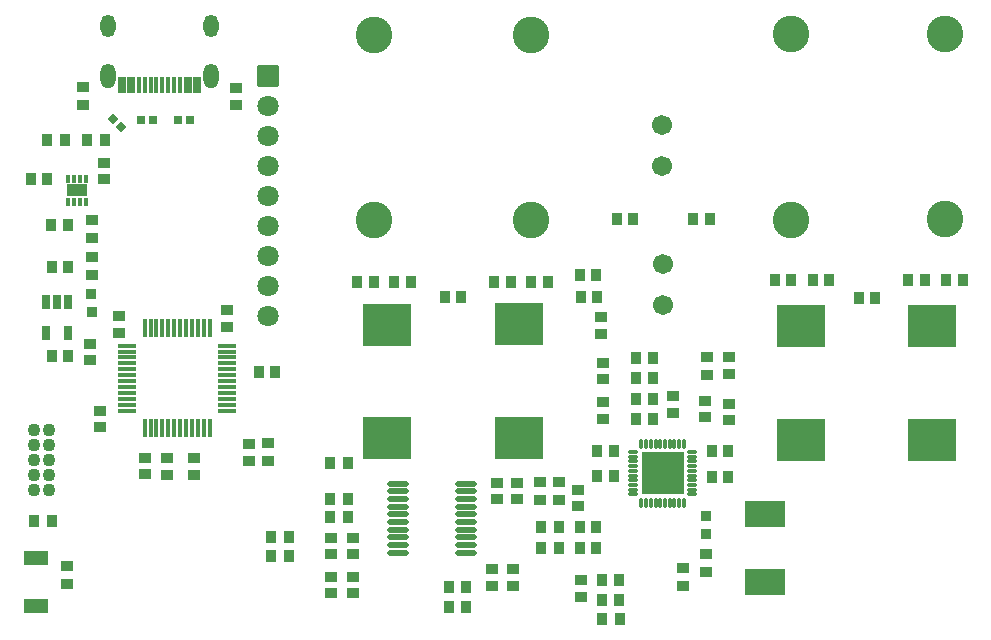
<source format=gts>
G04 Layer: TopSolderMaskLayer*
G04 EasyEDA Pro v2.2.45.4, 2026-02-08 12:52:01*
G04 Gerber Generator version 0.3*
G04 Scale: 100 percent, Rotated: No, Reflected: No*
G04 Dimensions in millimeters*
G04 Leading zeros omitted, absolute positions, 4 integers and 5 decimals*
G04 Generated by one-click*
%FSLAX45Y45*%
%MOMM*%
%AMRoundRect*1,1,$1,$2,$3*1,1,$1,$4,$5*1,1,$1,0-$2,0-$3*1,1,$1,0-$4,0-$5*20,1,$1,$2,$3,$4,$5,0*20,1,$1,$4,$5,0-$2,0-$3,0*20,1,$1,0-$2,0-$3,0-$4,0-$5,0*20,1,$1,0-$4,0-$5,$2,$3,0*4,1,4,$2,$3,$4,$5,0-$2,0-$3,0-$4,0-$5,$2,$3,0*%
%ADD10O,0.3016X0.9016*%
%ADD11O,0.9016X0.3016*%
%ADD12RoundRect,0.09881X-1.75139X-1.75139X-1.75139X1.75139*%
%ADD13C,3.10159*%
%ADD14RoundRect,0.09131X-0.40514X0.45514X0.40514X0.45514*%
%ADD15RoundRect,0.0891X-0.3174X0.5587X0.3174X0.5587*%
%ADD16RoundRect,0.09131X-0.45514X-0.40514X-0.45514X0.40514*%
%ADD17RoundRect,0.0995X-0.30643X0.30643X0.30643X0.30643*%
%ADD18RoundRect,0.08875X-0.30643X0.30643X0.30643X0.30643*%
%ADD19RoundRect,0.08875X0.0X-0.43335X-0.43335X0.0*%
%ADD20RoundRect,0.09131X-0.40514X0.40514X0.40514X0.40514*%
%ADD21RoundRect,0.09138X-0.43711X-0.40835X-0.43711X0.40835*%
%ADD22RoundRect,0.09138X-0.40835X0.43711X0.40835X0.43711*%
%ADD23RoundRect,0.07778X-0.13612X-0.27161X-0.13612X0.27161*%
%ADD24RoundRect,0.09091X-0.80454X-0.45454X-0.80454X0.45454*%
%ADD25RoundRect,0.08109X-0.16026X0.66026X0.16026X0.66026*%
%ADD26O,1.3016X1.9016*%
%ADD27O,1.3016X2.1016*%
%ADD28C,1.1016*%
%ADD29O,0.37003X1.60002*%
%ADD30O,1.60002X0.37003*%
%ADD31RoundRect,0.09336X-1.00412X-0.52912X-1.00412X0.52912*%
%ADD32RoundRect,0.09881X-2.00139X-1.75139X-2.00139X1.75139*%
%ADD33RoundRect,0.09618X-0.85271X-0.85271X-0.85271X0.85271*%
%ADD34C,1.8016*%
%ADD35RoundRect,0.09721X-1.6622X-1.0772X-1.6622X1.0772*%
%ADD36C,1.7016*%
%ADD37O,1.84361X0.46561*%
G75*


G04 Pad Start*
G54D10*
G01X5374964Y-4204990D03*
G01X5414969Y-4204990D03*
G01X5454974Y-4204990D03*
G01X5494979Y-4204990D03*
G01X5534984Y-4204990D03*
G01X5574964Y-4204990D03*
G01X5614969Y-4204990D03*
G01X5654974Y-4204990D03*
G01X5694979Y-4204990D03*
G01X5734984Y-4204990D03*
G01X5734984Y-3704991D03*
G01X5694979Y-3704991D03*
G01X5654974Y-3704991D03*
G01X5614969Y-3704991D03*
G01X5574964Y-3704991D03*
G01X5534984Y-3704991D03*
G01X5494979Y-3704991D03*
G01X5454974Y-3704991D03*
G01X5414969Y-3704991D03*
G01X5374964Y-3704991D03*
G54D11*
G01X5304988Y-4135013D03*
G01X5304988Y-4094957D03*
G01X5304988Y-4055079D03*
G01X5304988Y-4014947D03*
G01X5304988Y-3975069D03*
G01X5304988Y-3934937D03*
G01X5304988Y-3895059D03*
G01X5304988Y-3854927D03*
G01X5304988Y-3815049D03*
G01X5304988Y-3774993D03*
G01X5804987Y-3774993D03*
G01X5804987Y-3815049D03*
G01X5804987Y-3854927D03*
G01X5804987Y-3895059D03*
G01X5804987Y-3934937D03*
G01X5804987Y-3975069D03*
G01X5804987Y-4014947D03*
G01X5804987Y-4055079D03*
G01X5804987Y-4094957D03*
G01X5804987Y-4135013D03*
G54D12*
G01X5554974Y-3955003D03*
G54D13*
G01X4444979Y-244999D03*
G01X4444979Y-1815009D03*
G01X6639975Y-239999D03*
G01X6639975Y-1810009D03*
G01X3109982Y-244991D03*
G01X3109982Y-1815016D03*
G01X7949972Y-234991D03*
G01X7949972Y-1805016D03*
G54D14*
G01X523300Y-2212785D03*
G01X383296Y-2212785D03*
G01X523300Y-2962085D03*
G01X383296Y-2962085D03*
G54D15*
G01X334029Y-2767471D03*
G01X523970Y-2767471D03*
G01X523970Y-2507477D03*
G01X429050Y-2507477D03*
G01X334029Y-2507477D03*
G54D14*
G01X345000Y-1464995D03*
G01X204995Y-1464995D03*
G54D16*
G01X824997Y-1324993D03*
G01X824997Y-1464998D03*
G54D14*
G01X520000Y-1849994D03*
G01X379995Y-1849994D03*
G54D18*
G01X1554995Y-964996D03*
G01X1454995Y-964996D03*
G01X1139996Y-964996D03*
G01X1239996Y-964996D03*
G54D19*
G01X970351Y-1025351D03*
G01X899641Y-954641D03*
G54D20*
G01X720340Y-2589893D03*
G01X719654Y-2440094D03*
G54D21*
G01X2054994Y-3704654D03*
G01X2054994Y-3855327D03*
G01X2214994Y-3850327D03*
G01X2214994Y-3699654D03*
G01X644997Y-684660D03*
G01X644997Y-835333D03*
G01X1939994Y-689660D03*
G01X1939994Y-840333D03*
G54D22*
G01X344661Y-1134996D03*
G01X495334Y-1134996D03*
G01X679660Y-1134996D03*
G01X830333Y-1134996D03*
G54D21*
G01X719997Y-1809658D03*
G01X719997Y-1960331D03*
G01X719997Y-2124657D03*
G01X719997Y-2275330D03*
G54D23*
G01X670003Y-1464999D03*
G01X619991Y-1464999D03*
G01X570003Y-1464999D03*
G01X519991Y-1464999D03*
G01X519991Y-1654991D03*
G01X570003Y-1654991D03*
G01X619991Y-1654991D03*
G01X670003Y-1654991D03*
G54D24*
G01X594997Y-1559995D03*
G54D25*
G01X1470002Y-667406D03*
G01X1419989Y-667406D03*
G01X1370002Y-667406D03*
G01X1319989Y-667406D03*
G01X1270002Y-667406D03*
G01X1219989Y-667406D03*
G01X1170028Y-667406D03*
G01X1119990Y-667406D03*
G36*
G01X1584993Y-597312D02*
G01X1614989Y-597312D01*
G01X1644987Y-597297D01*
G02X1650090Y-602397I3J-5100D01*
G01X1650090Y-732399D01*
G02X1644990Y-737500I-5100J0D01*
G01X1614994Y-737500D01*
G01X1584995Y-737515D01*
G02X1579892Y-732415I-3J5100D01*
G01X1579892Y-602412D01*
G02X1584993Y-597312I5100J0D01*
G37*
G36*
G01X1010097Y-602417D02*
G01X1010097Y-732415D01*
G02X1004996Y-737515I-5100J0D01*
G01X944994Y-737515D01*
G02X939893Y-732415I0J5100D01*
G01X939893Y-602417D01*
G02X944994Y-597317I5100J0D01*
G01X1004996Y-597317D01*
G02X1010097Y-602417I0J-5100D01*
G37*
G36*
G01X1019878Y-732415D02*
G01X1019878Y-602417D01*
G02X1024978Y-597317I5100J0D01*
G01X1084981Y-597317D01*
G02X1090081Y-602417I0J-5100D01*
G01X1090081Y-732415D01*
G02X1084981Y-737515I-5100J0D01*
G01X1024978Y-737515D01*
G02X1019878Y-732415I0J5100D01*
G37*
G36*
G01X1504993Y-597302D02*
G01X1534987Y-597302D01*
G01X1564990Y-597299D01*
G02X1570090Y-602400I0J-5100D01*
G01X1570090Y-732397D01*
G02X1564990Y-737497I-5100J0D01*
G01X1534995Y-737497D01*
G01X1504993Y-737500D01*
G02X1499892Y-732399I-0J5100D01*
G01X1499892Y-602402D01*
G02X1504993Y-597302I5100J0D01*
G37*
G54D26*
G01X862484Y-172588D03*
G54D27*
G01X862484Y-590571D03*
G01X1727507Y-590571D03*
G54D26*
G01X1727507Y-172588D03*
G54D28*
G01X363498Y-4093990D03*
G01X363498Y-3966990D03*
G01X363498Y-3839990D03*
G01X363498Y-3712990D03*
G01X363498Y-3585990D03*
G01X236498Y-4093990D03*
G01X236498Y-3966990D03*
G01X236498Y-3839990D03*
G01X236498Y-3712990D03*
G01X236498Y-3585990D03*
G54D22*
G01X234661Y-4359989D03*
G01X385334Y-4359989D03*
G54D16*
G01X1589995Y-3829988D03*
G01X1589995Y-3969993D03*
G01X1354996Y-3969993D03*
G01X1354996Y-3829988D03*
G01X1869994Y-2714995D03*
G01X1869994Y-2574991D03*
G01X949996Y-2624990D03*
G01X949996Y-2764995D03*
G01X794996Y-3424989D03*
G01X794996Y-3564993D03*
G01X709997Y-2859990D03*
G01X709997Y-2999995D03*
G01X1169996Y-3824988D03*
G01X1169996Y-3964993D03*
G54D21*
G01X509997Y-4739652D03*
G01X509997Y-4890325D03*
G54D29*
G01X1169990Y-3574984D03*
G01X1220002Y-3574984D03*
G01X1269989Y-3574984D03*
G01X1320002Y-3574984D03*
G01X1369989Y-3574984D03*
G01X1420002Y-3574984D03*
G01X1469989Y-3574984D03*
G01X1520002Y-3574984D03*
G01X1569989Y-3574984D03*
G01X1620001Y-3574984D03*
G01X1669989Y-3574984D03*
G01X1720001Y-3574984D03*
G54D30*
G01X1869988Y-3424997D03*
G01X1869988Y-3374985D03*
G01X1869988Y-3324998D03*
G01X1869988Y-3274985D03*
G01X1869988Y-3224998D03*
G01X1869988Y-3174986D03*
G01X1869988Y-3124998D03*
G01X1869988Y-3074985D03*
G01X1869988Y-3024998D03*
G01X1869988Y-2974986D03*
G01X1869988Y-2924999D03*
G01X1869988Y-2874986D03*
G54D29*
G01X1720001Y-2724999D03*
G01X1669988Y-2724999D03*
G01X1620001Y-2724999D03*
G01X1569989Y-2724999D03*
G01X1520002Y-2724999D03*
G01X1469989Y-2724999D03*
G01X1420002Y-2724999D03*
G01X1369989Y-2724999D03*
G01X1320002Y-2724999D03*
G01X1269989Y-2724999D03*
G01X1220002Y-2724999D03*
G01X1169990Y-2724999D03*
G54D30*
G01X1020003Y-2874986D03*
G01X1020003Y-2924999D03*
G01X1020003Y-2974986D03*
G01X1020003Y-3024998D03*
G01X1020003Y-3074985D03*
G01X1020003Y-3124998D03*
G01X1020003Y-3174986D03*
G01X1020003Y-3224998D03*
G01X1020003Y-3274985D03*
G01X1020003Y-3324998D03*
G01X1020003Y-3374985D03*
G01X1020003Y-3424997D03*
G54D31*
G01X249998Y-4676483D03*
G01X249998Y-5083493D03*
G54D14*
G01X2134991Y-3099992D03*
G01X2274996Y-3099992D03*
G54D16*
G01X4154990Y-4174992D03*
G01X4154990Y-4034987D03*
G01X4324989Y-4174992D03*
G01X4324989Y-4034987D03*
G54D14*
G01X3889993Y-4914988D03*
G01X3749988Y-4914988D03*
G01X3889993Y-5089988D03*
G01X3749988Y-5089988D03*
G54D16*
G01X4284989Y-4769986D03*
G01X4284989Y-4909991D03*
G01X4109990Y-4769986D03*
G01X4109990Y-4909991D03*
G01X2749993Y-4969991D03*
G01X2749993Y-4829986D03*
G01X2749993Y-4499986D03*
G01X2749993Y-4639991D03*
G01X2929992Y-4499986D03*
G01X2929992Y-4639991D03*
G01X2929992Y-4969991D03*
G01X2929992Y-4829986D03*
G54D14*
G01X3284989Y-2339994D03*
G01X3424994Y-2339994D03*
G01X3109995Y-2339994D03*
G01X2969990Y-2339994D03*
G01X3709988Y-2464993D03*
G01X3849993Y-2464993D03*
G01X4270000Y-2340005D03*
G01X4129996Y-2340005D03*
G01X4444987Y-2339994D03*
G01X4584991Y-2339994D03*
G54D16*
G01X4839988Y-4094987D03*
G01X4839988Y-4234992D03*
G01X4864988Y-4999991D03*
G01X4864988Y-4859986D03*
G54D14*
G01X4854986Y-4409989D03*
G01X4994991Y-4409989D03*
G01X4854986Y-4584989D03*
G01X4994991Y-4584989D03*
G54D22*
G01X2890329Y-4174990D03*
G01X2739656Y-4174990D03*
G01X2890329Y-3864990D03*
G01X2739656Y-3864990D03*
G01X2890329Y-4329989D03*
G01X2739656Y-4329989D03*
G01X4675325Y-4409989D03*
G01X4524652Y-4409989D03*
G01X4675325Y-4584989D03*
G01X4524652Y-4584989D03*
G54D32*
G01X3224992Y-3659988D03*
G01X3224992Y-2699995D03*
G01X4334989Y-3654988D03*
G01X4334989Y-2694995D03*
G54D16*
G01X5909986Y-3339989D03*
G01X5909986Y-3479994D03*
G01X5639987Y-3304989D03*
G01X5639987Y-3444994D03*
G54D14*
G01X4854986Y-2274994D03*
G01X4994991Y-2274994D03*
G01X5304990Y-1804995D03*
G01X5164985Y-1804995D03*
G01X4859986Y-2464993D03*
G01X4999991Y-2464993D03*
G54D20*
G01X5919643Y-4320090D03*
G01X5920329Y-4469889D03*
G54D21*
G01X5919986Y-4790325D03*
G01X5919986Y-4639652D03*
G01X5929986Y-3120329D03*
G01X5929986Y-2969656D03*
G54D14*
G01X5469990Y-3499991D03*
G01X5329985Y-3499991D03*
G01X5469990Y-3324991D03*
G01X5329985Y-3324991D03*
G01X5469990Y-3149992D03*
G01X5329985Y-3149992D03*
G54D16*
G01X6119986Y-3364989D03*
G01X6119986Y-3504993D03*
G01X5049988Y-3354989D03*
G01X5049988Y-3494994D03*
G01X5049988Y-3019990D03*
G01X5049988Y-3159994D03*
G01X6119986Y-2974989D03*
G01X6119986Y-3114995D03*
G54D14*
G01X6109988Y-3984990D03*
G01X5969983Y-3984990D03*
G01X6109988Y-3769990D03*
G01X5969983Y-3769990D03*
G01X4999986Y-3979990D03*
G01X5139990Y-3979990D03*
G01X5139990Y-3769990D03*
G01X4999986Y-3769990D03*
G54D16*
G01X5029988Y-2634990D03*
G01X5029988Y-2774995D03*
G54D14*
G01X5044985Y-4859988D03*
G01X5184990Y-4859988D03*
G01X7774985Y-2319994D03*
G01X7634980Y-2319994D03*
G01X7954980Y-2319994D03*
G01X8094985Y-2319994D03*
G01X7354986Y-2469993D03*
G01X7214981Y-2469993D03*
G01X6824995Y-2320002D03*
G01X6965000Y-2320002D03*
G01X6644987Y-2319994D03*
G01X6504983Y-2319994D03*
G54D21*
G01X5725001Y-4759661D03*
G01X5725001Y-4910334D03*
G01X4674989Y-4029653D03*
G01X4674989Y-4180326D03*
G54D22*
G01X5190324Y-5189988D03*
G01X5039651Y-5189988D03*
G54D14*
G01X5814984Y-1799994D03*
G01X5954989Y-1799994D03*
G01X5044985Y-5029988D03*
G01X5184990Y-5029988D03*
G54D32*
G01X7834983Y-3669988D03*
G01X7834983Y-2709995D03*
G01X6724985Y-3669988D03*
G01X6724985Y-2709995D03*
G54D22*
G01X2239657Y-4494989D03*
G01X2390330Y-4494989D03*
G01X2390330Y-4654989D03*
G01X2239657Y-4654989D03*
G54D33*
G01X2209994Y-588995D03*
G54D34*
G01X2209994Y-842995D03*
G01X2209994Y-1096995D03*
G01X2209994Y-1350995D03*
G01X2209994Y-1604995D03*
G01X2209994Y-1858995D03*
G01X2209994Y-2112995D03*
G01X2209994Y-2366995D03*
G01X2209994Y-2620995D03*
G54D21*
G01X4519989Y-4180326D03*
G01X4519989Y-4029653D03*
G54D35*
G01X6423040Y-4880188D03*
G01X6423040Y-4297613D03*
G54D14*
G01X5329985Y-2979992D03*
G01X5469990Y-2979992D03*
G54D36*
G01X5554987Y-2179987D03*
G01X5554987Y-2530000D03*
G01X5549987Y-1004990D03*
G01X5549987Y-1355002D03*
G54D37*
G01X3887087Y-4627496D03*
G01X3887087Y-4562497D03*
G01X3887087Y-4497498D03*
G01X3887087Y-4432500D03*
G01X3887087Y-4367476D03*
G01X3887087Y-4302477D03*
G01X3887087Y-4237479D03*
G01X3887087Y-4172480D03*
G01X3887087Y-4107481D03*
G01X3887087Y-4042483D03*
G01X3312895Y-4627496D03*
G01X3312895Y-4562497D03*
G01X3312895Y-4497498D03*
G01X3312895Y-4432500D03*
G01X3312895Y-4367476D03*
G01X3312895Y-4302477D03*
G01X3312895Y-4237479D03*
G01X3312895Y-4172480D03*
G01X3312895Y-4107481D03*
G01X3312895Y-4042483D03*
G04 Pad End*

M02*


</source>
